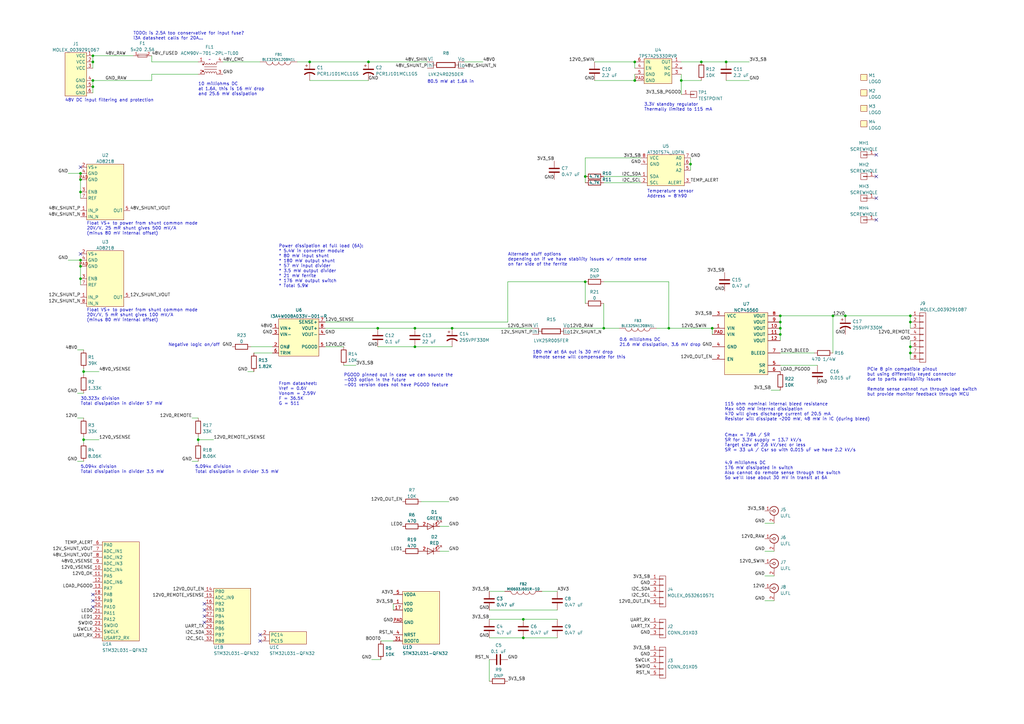
<source format=kicad_sch>
(kicad_sch (version 20211123) (generator eeschema)
  (paper "A3")
  (title_block (title "48V -> 12V Intermediate Bus Converter") (date "2023-10-15") (rev "0.1") (company "Antikernel Labs") (comment 1 "Andrew D. Zonenberg"))
  (lib_symbols
    (symbol "analog-azonenberg:AD8218"
      (property "Reference" "U" (at 0 -1.27 0))
      (property "Value" "AD8218" (at 0 -3.81 0))
      (symbol "AD8218_1_1"
        (pin input line (at -2.54 3.81 0) (length 2.54) (name "IN_P") (number "1"))
        (pin power_in line (at -2.54 21.59 0) (length 2.54) (name "VS+") (number "2"))
        (pin input line (at -2.54 11.43 0) (length 2.54) (name "ENB") (number "3"))
        (pin power_in line (at -2.54 19.05 0) (length 2.54) (name "GND") (number "4"))
        (pin output line (at 17.78 3.81 180) (length 2.54) (name "OUT") (number "5"))
        (pin power_in line (at -2.54 8.89 0) (length 2.54) (name "REF") (number "7"))
        (pin power_in line (at -2.54 1.27 0) (length 2.54) (name "IN_N") (number "8"))
        (pin power_in line (at -2.54 16.51 0) (length 2.54) (name "GND") (number "PAD"))
      )
    )
    (symbol "conn:CONN_01X01" (pin_names (offset 1.016) hide)
      (property "Reference" "J" (at 0 2.54 0))
      (property "Value" "CONN_01X01" (at 2.54 0 90))
      (symbol "CONN_01X01_1_1"
        (pin passive line (at -5.08 0 0) (length 3.81) (name "P1") (number "1"))
      )
    )
    (symbol "conn:CONN_01X03" (pin_names (offset 1.016) hide)
      (property "Reference" "J" (at 0 5.08 0))
      (property "Value" "CONN_01X03" (at 2.54 0 90))
      (symbol "CONN_01X03_1_1"
        (pin passive line (at -5.08 2.54 0) (length 3.81) (name "P1") (number "1"))
        (pin passive line (at -5.08 0 0) (length 3.81) (name "P2") (number "2"))
        (pin passive line (at -5.08 -2.54 0) (length 3.81) (name "P3") (number "3"))
      )
    )
    (symbol "conn:CONN_01X05" (pin_names (offset 1.016) hide)
      (property "Reference" "J" (at 0 7.62 0))
      (property "Value" "CONN_01X05" (at 2.54 0 90))
      (symbol "CONN_01X05_1_1"
        (pin passive line (at -5.08 5.08 0) (length 3.81) (name "P1") (number "1"))
        (pin passive line (at -5.08 2.54 0) (length 3.81) (name "P2") (number "2"))
        (pin passive line (at -5.08 0 0) (length 3.81) (name "P3") (number "3"))
        (pin passive line (at -5.08 -2.54 0) (length 3.81) (name "P4") (number "4"))
        (pin passive line (at -5.08 -5.08 0) (length 3.81) (name "P5") (number "5"))
      )
    )
    (symbol "conn:CONN_01X08" (pin_names (offset 1.016) hide)
      (property "Reference" "J" (at 0 11.43 0))
      (property "Value" "CONN_01X08" (at 2.54 0 90))
      (symbol "CONN_01X08_1_1"
        (pin passive line (at -5.08 8.89 0) (length 3.81) (name "P1") (number "1"))
        (pin passive line (at -5.08 6.35 0) (length 3.81) (name "P2") (number "2"))
        (pin passive line (at -5.08 3.81 0) (length 3.81) (name "P3") (number "3"))
        (pin passive line (at -5.08 1.27 0) (length 3.81) (name "P4") (number "4"))
        (pin passive line (at -5.08 -1.27 0) (length 3.81) (name "P5") (number "5"))
        (pin passive line (at -5.08 -3.81 0) (length 3.81) (name "P6") (number "6"))
        (pin passive line (at -5.08 -6.35 0) (length 3.81) (name "P7") (number "7"))
        (pin passive line (at -5.08 -8.89 0) (length 3.81) (name "P8") (number "8"))
      )
    )
    (symbol "conn:CONN_COAXIAL" (pin_names (offset 1.016) hide)
      (property "Reference" "J" (at 0.254 3.048 0))
      (property "Value" "CONN_COAXIAL" (at 2.921 0 90))
      (symbol "CONN_COAXIAL_1_1"
        (pin passive line (at -3.81 0 0) (length 2.54) (name "In") (number "1"))
        (pin passive line (at 0 -5.08 90) (length 2.54) (name "Ext") (number "2"))
      )
    )
    (symbol "device:C" (pin_numbers hide) (pin_names (offset 0.254))
      (property "Reference" "C" (at 0.635 2.54 0))
      (property "Value" "C" (at 0.635 -2.54 0))
      (symbol "C_1_1"
        (pin passive line (at 0 3.81 270) (length 2.794) (name "~") (number "1"))
        (pin passive line (at 0 -3.81 90) (length 2.794) (name "~") (number "2"))
      )
    )
    (symbol "device:CP1" (pin_numbers hide) (pin_names (offset 0.254) hide)
      (property "Reference" "C" (at 0.635 2.54 0))
      (property "Value" "CP1" (at 0.635 -2.54 0))
      (symbol "CP1_1_1"
        (pin passive line (at 0 3.81 270) (length 2.794) (name "~") (number "1"))
        (pin passive line (at 0 -3.81 90) (length 3.302) (name "~") (number "2"))
      )
    )
    (symbol "device:LED" (pin_names (offset 1.016) hide)
      (property "Reference" "D" (at 0 2.54 0))
      (property "Value" "LED" (at 0 -2.54 0))
      (symbol "LED_1_1"
        (pin passive line (at -3.81 0 0) (length 2.54) (name "K") (number "1"))
        (pin passive line (at 3.81 0 180) (length 2.54) (name "A") (number "2"))
      )
    )
    (symbol "device:R" (pin_numbers hide) (pin_names (offset 0))
      (property "Reference" "R" (at 2.032 0 90))
      (property "Value" "R" (at 0 0 90))
      (symbol "R_1_1"
        (pin passive line (at 0 3.81 270) (length 1.27) (name "~") (number "1"))
        (pin passive line (at 0 -3.81 90) (length 1.27) (name "~") (number "2"))
      )
    )
    (symbol "passive-azonenberg:INDUCTOR_PWROUT" (pin_numbers hide) (pin_names (offset 1.016) hide)
      (property "Reference" "L" (at -1.27 0 90))
      (property "Value" "INDUCTOR_PWROUT" (at 2.54 0 90))
      (symbol "INDUCTOR_PWROUT_1_1"
        (pin power_out line (at 0 7.62 270) (length 2.54) (name "1") (number "1"))
        (pin passive line (at 0 -7.62 90) (length 2.54) (name "2") (number "2"))
      )
    )
    (symbol "passive-azonenberg:R-4TERM" (pin_numbers hide) (pin_names (offset 0))
      (property "Reference" "R" (at 2.032 0 90))
      (property "Value" "R-4TERM" (at 0 0 90))
      (symbol "R-4TERM_1_1"
        (pin power_out line (at -1.27 7.62 270) (length 2.54) (name "Ilo") (number "1"))
        (pin power_out line (at 1.27 7.62 270) (length 2.54) (name "Vo") (number "2"))
        (pin power_out line (at -1.27 -7.62 90) (length 2.54) (name "Ihi") (number "3"))
        (pin power_in line (at 1.27 -7.62 90) (length 2.54) (name "Vi") (number "4"))
      )
    )
    (symbol "power-azonenberg:CMC_PowerInOut" (pin_names (offset 0.254) hide)
      (property "Reference" "FL1" (at -0.381 8.6496 0))
      (property "Value" "CMC_PowerInOut" (at -0.381 6.1127 0))
      (property "Datasheet" "~" (at -0.381 3.5758 0))
      (symbol "CMC_PowerInOut_1_1"
        (pin power_in line (at -5.08 2.54 0) (length 2.54) (name "1") (number "1"))
        (pin power_in line (at -5.08 -2.54 0) (length 2.54) (name "2") (number "2"))
        (pin power_out line (at 5.08 -2.54 180) (length 2.54) (name "3") (number "3"))
        (pin power_out line (at 5.08 2.54 180) (length 2.54) (name "4") (number "4"))
      )
    )
    (symbol "power-azonenberg:FUSE_PWROUT_2" (pin_names (offset 0.254))
      (property "Reference" "F" (at 4.445 1.27 0))
      (property "Value" "FUSE_PWROUT_2" (at -0.635 -1.905 0))
      (symbol "FUSE_PWROUT_2_1_1"
        (pin power_in line (at -3.81 0 0) (length 2.54) (name "~") (number "1"))
        (pin power_out line (at 3.81 0 180) (length 2.54) (name "~") (number "2"))
      )
    )
    (symbol "power-azonenberg:MEANWELL_GST280A_MINIFITJR"
      (property "Reference" "J" (at 0 -1.27 0))
      (property "Value" "MEANWELL_GST280A_MINIFITJR" (at 0 -3.81 0))
      (symbol "MEANWELL_GST280A_MINIFITJR_1_1"
        (pin power_out line (at -2.54 16.51 0) (length 2.54) (name "VCC") (number "1"))
        (pin power_in line (at -2.54 13.97 0) (length 2.54) (name "VCC") (number "2"))
        (pin power_in line (at -2.54 11.43 0) (length 2.54) (name "VCC") (number "3"))
        (pin power_out line (at -2.54 6.35 0) (length 2.54) (name "GND") (number "4"))
        (pin power_in line (at -2.54 3.81 0) (length 2.54) (name "GND") (number "5"))
        (pin power_in line (at -2.54 1.27 0) (length 2.54) (name "GND") (number "6"))
      )
    )
    (symbol "power-azonenberg:NCP45560" (pin_names (offset 1.016))
      (property "Reference" "U" (at 1.27 -1.27 0))
      (property "Value" "NCP45560" (at 5.08 -3.81 0))
      (symbol "NCP45560_1_1"
        (pin power_in line (at -5.08 19.05 0) (length 5.08) (name "VIN") (number "1"))
        (pin power_in line (at 22.86 19.05 180) (length 5.08) (name "VOUT") (number "10"))
        (pin power_out line (at 22.86 16.51 180) (length 5.08) (name "VOUT") (number "11"))
        (pin power_in line (at 22.86 13.97 180) (length 5.08) (name "VOUT") (number "12"))
        (pin input line (at -5.08 6.35 0) (length 5.08) (name "EN") (number "2"))
        (pin power_in line (at -5.08 24.13 0) (length 5.08) (name "VCC") (number "3"))
        (pin power_in line (at -5.08 11.43 0) (length 5.08) (name "GND") (number "4"))
        (pin passive line (at 22.86 3.81 180) (length 5.08) (name "SR") (number "5"))
        (pin open_collector line (at 22.86 1.27 180) (length 5.08) (name "PG") (number "6"))
        (pin passive line (at 22.86 8.89 180) (length 5.08) (name "BLEED") (number "7"))
        (pin power_in line (at 22.86 24.13 180) (length 5.08) (name "VOUT") (number "8"))
        (pin power_in line (at 22.86 21.59 180) (length 5.08) (name "VOUT") (number "9"))
        (pin power_in line (at -5.08 16.51 0) (length 5.08) (name "VIN") (number "PAD"))
      )
    )
    (symbol "power-azonenberg:TDK_I3A4W00xAxxxV-001-R"
      (property "Reference" "U" (at 0 -3.81 0))
      (property "Value" "TDK_I3A4W00xAxxxV-001-R" (at 0 -6.35 0))
      (symbol "TDK_I3A4W00xAxxxV-001-R_1_1"
        (pin power_in line (at -2.54 11.43 0) (length 2.54) (name "VIN+") (number "1"))
        (pin input line (at -2.54 3.81 0) (length 2.54) (name "ON#") (number "2"))
        (pin power_in line (at -2.54 8.89 0) (length 2.54) (name "VIN-") (number "3"))
        (pin power_in line (at 19.05 8.89 180) (length 2.54) (name "VOUT-") (number "4"))
        (pin open_collector line (at 19.05 3.81 180) (length 2.54) (name "PGOOD") (number "5"))
        (pin input line (at -2.54 1.27 0) (length 2.54) (name "TRIM") (number "6"))
        (pin input line (at 19.05 13.97 180) (length 2.54) (name "SENSE+") (number "7"))
        (pin power_out line (at 19.05 11.43 180) (length 2.54) (name "VOUT+") (number "8"))
      )
    )
    (symbol "power-azonenberg:TPS7A25"
      (property "Reference" "U" (at 0 -1.27 0))
      (property "Value" "TPS7A25" (at 0 -3.81 0))
      (symbol "TPS7A25_1_1"
        (pin power_out line (at 15.24 8.89 180) (length 3.81) (name "OUT") (number "1"))
        (pin input line (at 15.24 6.35 180) (length 3.81) (name "FB") (number "2") (alternate "NC" no_connect line))
        (pin open_collector line (at 15.24 3.81 180) (length 3.81) (name "PG") (number "3"))
        (pin input line (at -3.81 6.35 0) (length 3.81) (name "EN") (number "4"))
        (pin power_in line (at -3.81 3.81 0) (length 3.81) (name "GND") (number "5"))
        (pin power_in line (at -3.81 8.89 0) (length 3.81) (name "IN") (number "6"))
        (pin power_in line (at -3.81 1.27 0) (length 3.81) (name "GND") (number "PAD"))
      )
    )
    (symbol "special-azonenberg:AT30TS74_UDFN" (pin_names (offset 1.016))
      (property "Reference" "U" (at 0 -1.27 0))
      (property "Value" "AT30TS74_UDFN" (at 0 -3.81 0))
      (symbol "AT30TS74_UDFN_1_1"
        (pin bidirectional line (at -2.54 3.81 0) (length 2.54) (name "SDA") (number "1"))
        (pin bidirectional line (at -2.54 1.27 0) (length 2.54) (name "SCL") (number "2"))
        (pin output line (at 17.78 1.27 180) (length 2.54) (name "ALERT") (number "3"))
        (pin power_in line (at -2.54 8.89 0) (length 2.54) (name "GND") (number "4"))
        (pin input line (at 17.78 6.35 180) (length 2.54) (name "A2") (number "5"))
        (pin input line (at 17.78 8.89 180) (length 2.54) (name "A1") (number "6"))
        (pin input line (at 17.78 11.43 180) (length 2.54) (name "A0") (number "7"))
        (pin power_in line (at -2.54 11.43 0) (length 2.54) (name "VCC") (number "8"))
      )
    )
    (symbol "special-azonenberg:MECHANICAL" (pin_names (offset 1.016))
      (property "Reference" "M" (at 0 -2.54 0))
      (property "Value" "MECHANICAL" (at 0 -5.08 0))
    )
    (symbol "st-azonenberg:STM32L031-QFN32"
      (property "Reference" "U" (at 1.27 -1.27 0))
      (property "Value" "STM32L031-QFN32" (at 8.89 -3.81 0))
      (symbol "STM32L031-QFN32_1_1"
        (pin bidirectional line (at -3.81 29.21 0) (length 3.81) (name "PA4") (number "10") (alternate "ADC_IN4" input line))
        (pin bidirectional line (at -3.81 26.67 0) (length 3.81) (name "PA5") (number "11"))
        (pin bidirectional line (at -3.81 24.13 0) (length 3.81) (name "PA6") (number "12") (alternate "ADC_IN6" input line))
        (pin bidirectional line (at -3.81 21.59 0) (length 3.81) (name "PA7") (number "13"))
        (pin bidirectional line (at -3.81 19.05 0) (length 3.81) (name "PA8") (number "18"))
        (pin bidirectional line (at -3.81 16.51 0) (length 3.81) (name "PA9") (number "19"))
        (pin bidirectional line (at -3.81 13.97 0) (length 3.81) (name "PA10") (number "20") (alternate "USART2_RX" input line))
        (pin bidirectional line (at -3.81 11.43 0) (length 3.81) (name "PA11") (number "21"))
        (pin bidirectional line (at -3.81 8.89 0) (length 3.81) (name "PA12") (number "22"))
        (pin bidirectional line (at -3.81 6.35 0) (length 3.81) (name "PA13") (number "23") (alternate "SWDIO" bidirectional line))
        (pin bidirectional line (at -3.81 3.81 0) (length 3.81) (name "PA14") (number "24") (alternate "SWCLK" input line))
        (pin bidirectional line (at -3.81 1.27 0) (length 3.81) (name "PA15") (number "25") (alternate "USART2_RX" input line))
        (pin bidirectional line (at -3.81 39.37 0) (length 3.81) (name "PA0") (number "6"))
        (pin bidirectional line (at -3.81 36.83 0) (length 3.81) (name "PA1") (number "7") (alternate "ADC_IN1" input line))
        (pin bidirectional line (at -3.81 34.29 0) (length 3.81) (name "PA2") (number "8") (alternate "ADC_IN2" input line))
        (pin bidirectional line (at -3.81 31.75 0) (length 3.81) (name "PA3") (number "9") (alternate "ADC_IN3" input line) (alternate "USART2_RX" input line))
      )
      (symbol "STM32L031-QFN32_2_1"
        (pin bidirectional line (at -3.81 21.59 0) (length 3.81) (name "PB0") (number "14"))
        (pin bidirectional line (at -3.81 19.05 0) (length 3.81) (name "PB1") (number "15") (alternate "ADC_IN9" input line))
        (pin bidirectional line (at -3.81 16.51 0) (length 3.81) (name "PB2") (number "16"))
        (pin bidirectional line (at -3.81 13.97 0) (length 3.81) (name "PB3") (number "26"))
        (pin bidirectional line (at -3.81 11.43 0) (length 3.81) (name "PB4") (number "27"))
        (pin bidirectional line (at -3.81 8.89 0) (length 3.81) (name "PB5") (number "28"))
        (pin bidirectional line (at -3.81 6.35 0) (length 3.81) (name "PB6") (number "29"))
        (pin bidirectional line (at -3.81 3.81 0) (length 3.81) (name "PB7") (number "30") (alternate "USART2_RX" input line))
        (pin bidirectional line (at -3.81 1.27 0) (length 3.81) (name "PB8") (number "32"))
      )
      (symbol "STM32L031-QFN32_3_1"
        (pin bidirectional line (at -3.81 3.81 0) (length 3.81) (name "PC14") (number "2"))
        (pin bidirectional line (at -3.81 1.27 0) (length 3.81) (name "PC15") (number "3"))
      )
      (symbol "STM32L031-QFN32_4_1"
        (pin power_in line (at -3.81 16.51 0) (length 3.81) (name "VDD") (number "1"))
        (pin power_in line (at -3.81 13.97 0) (length 3.81) (name "VDD") (number "17"))
        (pin input line (at -3.81 1.27 0) (length 3.81) (name "BOOT0") (number "31"))
        (pin input line (at -3.81 3.81 0) (length 3.81) (name "NRST") (number "4"))
        (pin power_in line (at -3.81 20.32 0) (length 3.81) (name "VDDA") (number "5"))
        (pin power_in line (at -3.81 8.89 0) (length 3.81) (name "GND") (number "PAD"))
      )
    )
  )
  (junction (at 33.02 73.66))
  (junction (at 170.18 142.24))
  (junction (at 297.815 25.4))
  (junction (at 34.29 180.34))
  (junction (at 127 25.4))
  (junction (at 320.04 132.08))
  (junction (at 283.21 67.31))
  (junction (at 260.35 25.4))
  (junction (at 33.02 109.22))
  (junction (at 170.18 134.62))
  (junction (at 292.1 134.62))
  (junction (at 33.02 106.68))
  (junction (at 185.42 134.62))
  (junction (at 373.38 132.08))
  (junction (at 154.94 134.62))
  (junction (at 346.71 129.54))
  (junction (at 341.63 129.54))
  (junction (at 247.65 134.62))
  (junction (at 214.63 254))
  (junction (at 38.1 35.56))
  (junction (at 279.4 33.02))
  (junction (at 320.04 129.54))
  (junction (at 38.1 33.02))
  (junction (at 274.32 134.62))
  (junction (at 373.38 129.54))
  (junction (at 240.03 72.39))
  (junction (at 33.02 78.74))
  (junction (at 320.04 137.16))
  (junction (at 33.02 71.12))
  (junction (at 373.38 142.24))
  (junction (at 38.1 22.86))
  (junction (at 373.38 144.78))
  (junction (at 38.1 25.4))
  (junction (at 214.63 261.62))
  (junction (at 34.29 152.4))
  (junction (at 320.04 134.62))
  (junction (at 33.02 114.3))
  (junction (at 151.13 25.4))
  (junction (at 287.655 25.4))
  (junction (at 81.28 180.34))
  (junction (at 260.35 33.02))
  (junction (at 240.03 115.57))
  (no_connect (at 83.82 250.19))
  (no_connect (at 38.1 243.84))
  (no_connect (at 106.68 260.35))
  (no_connect (at 359.41 72.39))
  (no_connect (at 359.41 90.17))
  (no_connect (at 106.68 262.89))
  (no_connect (at 33.02 68.58))
  (no_connect (at 359.41 81.28))
  (no_connect (at 33.02 104.14))
  (no_connect (at 83.82 252.73))
  (no_connect (at 359.41 63.5))
  (no_connect (at 83.82 255.27))
  (no_connect (at 83.82 247.65))
  (no_connect (at 38.1 248.92))
  (no_connect (at 38.1 246.38))
  (wire (pts (xy 170.18 134.62) (xy 185.42 134.62)))
  (wire (pts (xy 279.4 25.4) (xy 287.655 25.4)))
  (wire (pts (xy 247.65 124.46) (xy 247.65 134.62)))
  (wire (pts (xy 240.03 74.93) (xy 240.03 72.39)))
  (wire (pts (xy 320.04 134.62) (xy 320.04 137.16)))
  (wire (pts (xy 279.4 33.02) (xy 279.4 38.735)))
  (wire (pts (xy 33.02 106.68) (xy 33.02 109.22)))
  (wire (pts (xy 279.4 33.02) (xy 287.655 33.02)))
  (wire (pts (xy 240.03 72.39) (xy 240.03 64.77)))
  (wire (pts (xy 156.21 262.89) (xy 161.29 262.89)))
  (wire (pts (xy 27.94 71.12) (xy 33.02 71.12)))
  (wire (pts (xy 78.74 189.23) (xy 81.28 189.23)))
  (wire (pts (xy 38.1 22.86) (xy 38.1 25.4)))
  (wire (pts (xy 34.29 151.13) (xy 34.29 152.4)))
  (wire (pts (xy 320.04 149.86) (xy 335.28 149.86)))
  (wire (pts (xy 313.69 236.22) (xy 317.5 236.22)))
  (wire (pts (xy 121.92 25.4) (xy 127 25.4)))
  (wire (pts (xy 247.65 134.62) (xy 254 134.62)))
  (wire (pts (xy 170.18 142.24) (xy 185.42 142.24)))
  (wire (pts (xy 38.1 35.56) (xy 38.1 38.1)))
  (wire (pts (xy 31.75 161.29) (xy 34.29 161.29)))
  (wire (pts (xy 78.74 171.45) (xy 81.28 171.45)))
  (wire (pts (xy 38.1 25.4) (xy 38.1 27.94)))
  (wire (pts (xy 320.04 129.54) (xy 320.04 132.08)))
  (wire (pts (xy 320.04 144.78) (xy 334.01 144.78)))
  (wire (pts (xy 180.34 226.06) (xy 184.15 226.06)))
  (wire (pts (xy 214.63 261.62) (xy 228.6 261.62)))
  (wire (pts (xy 151.13 25.4) (xy 175.26 25.4)))
  (wire (pts (xy 34.29 179.07) (xy 34.29 180.34)))
  (wire (pts (xy 104.14 144.78) (xy 111.76 144.78)))
  (wire (pts (xy 33.02 73.66) (xy 33.02 78.74)))
  (wire (pts (xy 33.02 109.22) (xy 33.02 114.3)))
  (wire (pts (xy 292.1 134.62) (xy 292.1 137.16)))
  (wire (pts (xy 247.65 74.93) (xy 262.89 74.93)))
  (wire (pts (xy 38.1 22.86) (xy 54.61 22.86)))
  (wire (pts (xy 373.38 129.54) (xy 373.38 132.08)))
  (wire (pts (xy 62.23 30.48) (xy 81.28 30.48)))
  (wire (pts (xy 200.66 250.19) (xy 228.6 250.19)))
  (wire (pts (xy 200.66 242.57) (xy 207.01 242.57)))
  (wire (pts (xy 313.69 226.06) (xy 317.5 226.06)))
  (wire (pts (xy 247.65 72.39) (xy 262.89 72.39)))
  (wire (pts (xy 33.02 78.74) (xy 33.02 81.28)))
  (wire (pts (xy 269.24 134.62) (xy 274.32 134.62)))
  (wire (pts (xy 200.66 254) (xy 214.63 254)))
  (wire (pts (xy 152.4 270.51) (xy 156.21 270.51)))
  (wire (pts (xy 200.66 270.51) (xy 200.66 279.4)))
  (wire (pts (xy 260.35 30.48) (xy 260.35 33.02)))
  (wire (pts (xy 320.04 137.16) (xy 320.04 139.7)))
  (wire (pts (xy 260.35 25.4) (xy 260.35 27.94)))
  (wire (pts (xy 316.23 160.02) (xy 320.04 160.02)))
  (wire (pts (xy 233.68 134.62) (xy 247.65 134.62)))
  (wire (pts (xy 62.23 33.02) (xy 62.23 30.48)))
  (wire (pts (xy 346.71 129.54) (xy 373.38 129.54)))
  (wire (pts (xy 320.04 132.08) (xy 320.04 134.62)))
  (wire (pts (xy 243.84 33.02) (xy 260.35 33.02)))
  (wire (pts (xy 283.21 64.77) (xy 283.21 67.31)))
  (wire (pts (xy 31.75 143.51) (xy 34.29 143.51)))
  (wire (pts (xy 373.38 132.08) (xy 373.38 134.62)))
  (wire (pts (xy 81.28 180.34) (xy 81.28 181.61)))
  (wire (pts (xy 34.29 180.34) (xy 34.29 181.61)))
  (wire (pts (xy 341.63 129.54) (xy 341.63 144.78)))
  (wire (pts (xy 373.38 142.24) (xy 373.38 144.78)))
  (wire (pts (xy 81.28 180.34) (xy 87.63 180.34)))
  (wire (pts (xy 240.03 115.57) (xy 240.03 124.46)))
  (wire (pts (xy 222.25 242.57) (xy 228.6 242.57)))
  (wire (pts (xy 274.32 115.57) (xy 274.32 134.62)))
  (wire (pts (xy 283.21 67.31) (xy 283.21 69.85)))
  (wire (pts (xy 373.38 144.78) (xy 373.38 147.32)))
  (wire (pts (xy 27.94 106.68) (xy 33.02 106.68)))
  (wire (pts (xy 320.04 129.54) (xy 341.63 129.54)))
  (wire (pts (xy 81.28 179.07) (xy 81.28 180.34)))
  (wire (pts (xy 274.32 134.62) (xy 292.1 134.62)))
  (wire (pts (xy 240.03 64.77) (xy 262.89 64.77)))
  (wire (pts (xy 297.815 25.4) (xy 307.34 25.4)))
  (wire (pts (xy 33.02 71.12) (xy 33.02 73.66)))
  (wire (pts (xy 133.35 134.62) (xy 154.94 134.62)))
  (wire (pts (xy 185.42 134.62) (xy 218.44 134.62)))
  (wire (pts (xy 31.75 171.45) (xy 34.29 171.45)))
  (wire (pts (xy 373.38 139.7) (xy 373.38 142.24)))
  (wire (pts (xy 140.97 149.86) (xy 146.05 149.86)))
  (wire (pts (xy 62.23 22.86) (xy 62.23 25.4)))
  (wire (pts (xy 279.4 30.48) (xy 279.4 33.02)))
  (wire (pts (xy 200.66 261.62) (xy 214.63 261.62)))
  (wire (pts (xy 127 33.02) (xy 151.13 33.02)))
  (wire (pts (xy 91.44 25.4) (xy 106.68 25.4)))
  (wire (pts (xy 31.75 189.23) (xy 34.29 189.23)))
  (wire (pts (xy 133.35 142.24) (xy 140.97 142.24)))
  (wire (pts (xy 161.29 247.65) (xy 161.29 250.19)))
  (wire (pts (xy 62.23 25.4) (xy 81.28 25.4)))
  (wire (pts (xy 154.94 134.62) (xy 170.18 134.62)))
  (wire (pts (xy 34.29 180.34) (xy 40.64 180.34)))
  (wire (pts (xy 127 25.4) (xy 151.13 25.4)))
  (wire (pts (xy 102.87 142.24) (xy 111.76 142.24)))
  (wire (pts (xy 38.1 33.02) (xy 38.1 35.56)))
  (wire (pts (xy 208.28 115.57) (xy 240.03 115.57)))
  (wire (pts (xy 208.28 132.08) (xy 208.28 115.57)))
  (wire (pts (xy 313.69 214.63) (xy 317.5 214.63)))
  (wire (pts (xy 133.35 132.08) (xy 208.28 132.08)))
  (wire (pts (xy 341.63 129.54) (xy 346.71 129.54)))
  (wire (pts (xy 33.02 114.3) (xy 33.02 116.84)))
  (wire (pts (xy 313.69 246.38) (xy 317.5 246.38)))
  (wire (pts (xy 34.29 152.4) (xy 40.64 152.4)))
  (wire (pts (xy 190.5 25.4) (xy 198.12 25.4)))
  (wire (pts (xy 34.29 152.4) (xy 34.29 153.67)))
  (wire (pts (xy 180.34 215.9) (xy 184.15 215.9)))
  (wire (pts (xy 101.6 152.4) (xy 104.14 152.4)))
  (wire (pts (xy 214.63 254) (xy 228.6 254)))
  (wire (pts (xy 154.94 142.24) (xy 170.18 142.24)))
  (wire (pts (xy 247.65 115.57) (xy 274.32 115.57)))
  (wire (pts (xy 287.655 25.4) (xy 297.815 25.4)))
  (wire (pts (xy 172.72 205.74) (xy 184.15 205.74)))
  (wire (pts (xy 243.84 25.4) (xy 260.35 25.4)))
  (wire (pts (xy 297.815 33.02) (xy 307.34 33.02)))
  (wire (pts (xy 38.1 33.02) (xy 62.23 33.02)))
  (text "PCIe 8 pin compatible pinout\nbut using differently keyed connector\ndue to parts availability issues\n\nRemote sense cannot run through load switch\nbut provide monitor feedback through MCU" (at 355.6 162.56 0) (effects (font (size 1.27 1.27)) (justify left bottom)))
  (text "Negative logic on/off" (at 90.17 142.24 180) (effects (font (size 1.27 1.27)) (justify right bottom)))
  (text "Power dissipation at full load (6A):\n* 5.4W in converter module\n* 80 mW input shunt\n* 180 mW output shunt\n* 57 mV input divider\n* 3.5 mW output divider\n* 21 mW ferrite\n* 176 mW output switch\n* Total 5.9W" (at 114.3 118.11 0) (effects (font (size 1.27 1.27)) (justify left bottom)))
  (text "80.5 mW at 1.6A in" (at 175.26 34.29 0) (effects (font (size 1.27 1.27)) (justify left bottom)))
  (text "Cmax = 7.8A / SR\nSR for 3.3V supply = 13.7 kV/s\nTarget slew of 2.6 kV/sec or less\nSR = 33 uA / Csr so with 0.015 uF we have 2.2 kV/s" (at 297.18 185.42 0) (effects (font (size 1.27 1.27)) (justify left bottom)))
  (text "4.9 milliohms DC\n176 mW dissipated in switch\nAlso cannot do remote sense through the switch\nSo we'll lose about 30 mV in transit at 6A" (at 297.18 196.85 0) (effects (font (size 1.27 1.27)) (justify left bottom)))
  (text "Float VS+ to power from shunt common mode\n20V/V, 25 mR shunt gives 500 mV/A\n(minus 80 mV internal offset)" (at 35.56 96.52 0) (effects (font (size 1.27 1.27)) (justify left bottom)))
  (text "Temperature sensor\nAddress = 8'h90" (at 265.43 81.28 0) (effects (font (size 1.27 1.27)) (justify left bottom)))
  (text "5.094x division\nTotal dissipation in divider 3.5 mW" (at 33.02 194.31 0) (effects (font (size 1.27 1.27)) (justify left bottom)))
  (text "0.6 milliohms DC\n21.6 mW dissipation, 3.6 mV drop" (at 254 142.24 0) (effects (font (size 1.27 1.27)) (justify left bottom)))
  (text "115 ohm nominal internal bleed resistance\nMax 400 mW internal dissipation\n470 will gives discharge current of 20.5 mA\nResistor will dissipate ~200 mW, 48 mW in IC (during bleed)" (at 297.18 172.72 0) (effects (font (size 1.27 1.27)) (justify left bottom)))
  (text "180 mW at 6A out is 30 mV drop\nRemote sense will compensate for this" (at 218.44 147.32 0) (effects (font (size 1.27 1.27)) (justify left bottom)))
  (text "Alternate stuff options\ndepending on if we have stability issues w/ remote sense\non far side of the ferrite" (at 208.28 109.22 0) (effects (font (size 1.27 1.27)) (justify left bottom)))
  (text "30.323x division\nTotal dissipation in divider 57 mW" (at 33.02 166.37 0) (effects (font (size 1.27 1.27)) (justify left bottom)))
  (text "From datasheet:\nVref = 0.6V\nVonom = 2.59V\nF = 36.5K\nG = 511" (at 114.3 166.37 0) (effects (font (size 1.27 1.27)) (justify left bottom)))
  (text "Float VS+ to power from shunt common mode\n20V/V, 5 mR shunt gives 100 mV/A\n(minus 80 mV internal offset)" (at 35.56 132.08 0) (effects (font (size 1.27 1.27)) (justify left bottom)))
  (text "10 milliohms DC\nat 1.6A, this is 16 mV drop\nand 25.6 mW dissipation" (at 81.28 39.37 0) (effects (font (size 1.27 1.27)) (justify left bottom)))
  (text "3.3V standby regulator\nThermally limited to 115 mA" (at 264.16 45.72 0) (effects (font (size 1.27 1.27)) (justify left bottom)))
  (text "PGOOD pinned out in case we can source the\n-003 option in the future\n-001 version does not have PGOOD feature" (at 140.97 158.75 0) (effects (font (size 1.27 1.27)) (justify left bottom)))
  (text "48V DC input filtering and protection" (at 26.67 41.91 0) (effects (font (size 1.27 1.27)) (justify left bottom)))
  (text "TODO: is 2.5A too conservative for input fuse?\ni3A datasheet calls for 20A..." (at 54.61 16.51 0) (effects (font (size 1.27 1.27)) (justify left bottom)))
  (text "5.094x division\nTotal dissipation in divider 3.5 mW" (at 80.01 194.31 0) (effects (font (size 1.27 1.27)) (justify left bottom)))
  (label "12V0_REMOTE_VSENSE" (at 83.82 245.11 180))
  (label "12V0" (at 341.63 129.54 0))
  (label "LOAD_PGOOD" (at 320.04 152.4 0))
  (label "I2C_SDA" (at 83.82 260.35 180))
  (label "GND" (at 101.6 152.4 180))
  (label "GND" (at 154.94 142.24 180))
  (label "3V3_SB" (at 262.89 64.77 180))
  (label "GND" (at 266.7 240.03 180))
  (label "12V0" (at 31.75 171.45 180))
  (label "GND" (at 161.29 255.27 180))
  (label "UART_RX" (at 266.7 255.27 180))
  (label "3V3_SB" (at 208.28 279.4 0))
  (label "GND" (at 313.69 214.63 180))
  (label "GND" (at 283.21 64.77 0))
  (label "GND" (at 27.94 71.12 180))
  (label "GND" (at 152.4 270.51 180))
  (label "GND" (at 184.15 205.74 0))
  (label "48V0" (at 31.75 143.51 180))
  (label "12V0_SWIN" (at 243.84 25.4 180))
  (label "12V_SHUNT_VOUT" (at 38.1 226.06 180))
  (label "I2C_SCL" (at 266.7 245.11 180))
  (label "3V3_SB" (at 200.66 254 180))
  (label "GND" (at 266.7 269.24 180))
  (label "RST_N" (at 266.7 276.86 180))
  (label "48V_SHUNT_N" (at 33.02 88.9 180))
  (label "GND_RAW" (at 43.18 33.02 0))
  (label "GND" (at 227.33 73.66 180))
  (label "12V_SHUNT_P" (at 218.44 137.16 180))
  (label "48V0" (at 198.12 25.4 0))
  (label "3V3_SB" (at 227.33 66.04 180))
  (label "48V_FUSED" (at 62.23 22.86 0))
  (label "48V_SHUNT_P" (at 33.02 86.36 180))
  (label "12V0_OK" (at 133.35 142.24 0))
  (label "48V_SHUNT_VOUT" (at 38.1 228.6 180))
  (label "UART_TX" (at 83.82 257.81 180))
  (label "A3V3" (at 161.29 243.84 180))
  (label "GND" (at 133.35 137.16 0))
  (label "12V0_REMOTE" (at 78.74 171.45 180))
  (label "3V3_SB" (at 316.23 160.02 180))
  (label "GND" (at 184.15 226.06 0))
  (label "12V0_SENSE" (at 133.35 132.08 0))
  (label "48V_CMC" (at 91.44 25.4 0))
  (label "12V0_OK" (at 38.1 236.22 180))
  (label "48V0_VSENSE" (at 40.64 152.4 0))
  (label "GND" (at 91.44 30.48 0))
  (label "GND" (at 313.69 246.38 180))
  (label "LED1" (at 38.1 254 180))
  (label "48V0" (at 111.76 134.62 180))
  (label "12V0_OUT_EN" (at 165.1 205.74 180))
  (label "48V0_VSENSE" (at 38.1 231.14 180))
  (label "12V0_OUT_EN" (at 292.1 147.32 180))
  (label "GND" (at 313.69 236.22 180))
  (label "3V3_SB" (at 146.05 149.86 0))
  (label "12V_SHUNT_N" (at 33.02 124.46 180))
  (label "3V3_SB" (at 266.7 266.7 180))
  (label "12V0_SWIN" (at 279.4 134.62 0))
  (label "GND" (at 313.69 226.06 180))
  (label "3V3_SB" (at 313.69 209.55 180))
  (label "LOAD_PGOOD" (at 38.1 241.3 180))
  (label "48V_SHUNT_N" (at 190.5 27.94 0))
  (label "I2C_SCL" (at 83.82 262.89 180))
  (label "48V_SHUNT_P" (at 175.26 27.94 180))
  (label "12V0_SHIN" (at 218.44 134.62 180))
  (label "GND" (at 95.25 142.24 180))
  (label "RST_N" (at 200.66 270.51 180))
  (label "GND" (at 27.94 106.68 180))
  (label "12V0_BLEED" (at 320.04 144.78 0))
  (label "RST_N" (at 161.29 260.35 180))
  (label "GND" (at 243.84 33.02 180))
  (label "GND" (at 184.15 215.9 0))
  (label "GND" (at 200.66 250.19 180))
  (label "12V_SHUNT_P" (at 33.02 121.92 180))
  (label "GND" (at 111.76 137.16 180))
  (label "48V_SHIN" (at 175.26 25.4 180))
  (label "TEMP_ALERT" (at 283.21 74.93 0))
  (label "3V3_SB" (at 307.34 25.4 0))
  (label "GND" (at 151.13 33.02 0))
  (label "12V0_OUT_EN" (at 83.82 242.57 180))
  (label "GND" (at 262.89 67.31 180))
  (label "12V0_VSENSE" (at 38.1 233.68 180))
  (label "SWDIO" (at 266.7 274.32 180))
  (label "12V_SHUNT_N" (at 233.68 137.16 0))
  (label "12V0_REMOTE_VSENSE" (at 87.63 180.34 0))
  (label "12V0" (at 313.69 241.3 180))
  (label "TEMP_ALERT" (at 38.1 223.52 180))
  (label "BOOT0" (at 156.21 262.89 180))
  (label "LED0" (at 38.1 251.46 180))
  (label "3V3_SB" (at 161.29 247.65 180))
  (label "12V0_VSENSE" (at 40.64 180.34 0))
  (label "GND" (at 78.74 189.23 180))
  (label "I2C_SDA" (at 262.89 72.39 180))
  (label "3V3_SB" (at 292.1 129.54 180))
  (label "I2C_SCL" (at 262.89 74.93 180))
  (label "48V_RAW" (at 43.18 22.86 0))
  (label "A3V3" (at 228.6 242.57 0))
  (label "GND" (at 31.75 161.29 180))
  (label "I2C_SDA" (at 266.7 242.57 180))
  (label "GND" (at 335.28 157.48 0))
  (label "LED0" (at 165.1 215.9 180))
  (label "3V3_SB" (at 266.7 237.49 180))
  (label "12V0_RAW" (at 313.69 220.98 180))
  (label "3V3_SB_PGOOD" (at 279.4 38.735 180))
  (label "SWDIO" (at 38.1 256.54 180))
  (label "12V0_RAW" (at 233.68 134.62 0))
  (label "SWCLK" (at 38.1 259.08 180))
  (label "GND" (at 266.7 260.35 180))
  (label "12V0_REMOTE" (at 373.38 137.16 180))
  (label "GND" (at 200.66 261.62 180))
  (label "GND" (at 373.38 139.7 180))
  (label "GND" (at 292.1 142.24 180))
  (label "48V_SHUNT_VOUT" (at 53.34 86.36 0))
  (label "12V0_SWIN" (at 313.69 231.14 180))
  (label "LED1" (at 165.1 226.06 180))
  (label "3V3_SB" (at 297.18 111.76 180))
  (label "12V_SHUNT_VOUT" (at 53.34 121.92 0))
  (label "GND" (at 297.18 119.38 180))
  (label "UART_RX" (at 38.1 261.62 180))
  (label "GND" (at 346.71 137.16 180))
  (label "GND" (at 31.75 189.23 180))
  (label "SWCLK" (at 266.7 271.78 180))
  (label "UART_TX" (at 266.7 257.81 180))
  (label "3V3_SB" (at 200.66 242.57 180))
  (label "12V0_OUT_EN" (at 266.7 247.65 180))
  (label "GND" (at 208.28 270.51 0))
  (label "GND" (at 307.34 33.02 0))
  (symbol (lib_id "special-azonenberg:MECHANICAL") (at 353.06 31.75 0) (unit 1)
    (property "Reference" "M1" (at 356.235 30.9153 0) (effects (justify left)))
    (property "Value" "LOGO" (at 356.235 33.4522 0) (effects (justify left)))
    (property "Footprint" "azonenberg_pcb:LONGTHING-1200DPI" (effects hide))
  )
  (symbol (lib_id "conn:CONN_01X01") (at 354.33 72.39 0) (mirror y) (unit 1)
    (property "Reference" "MH2" (at 354.33 67.5472 0))
    (property "Value" "SCREWHOLE" (at 354.33 70.0841 0))
    (property "Footprint" "azonenberg_pcb:MECHANICAL_CLEARANCEHOLE_4_40" (effects hide))
  )
  (symbol (lib_id "st-azonenberg:STM32L031-QFN32") (at 41.91 262.89 0) (unit 1)
    (property "Reference" "U1" (at 41.91 264.16 0) (effects (justify left)))
    (property "Value" "STM32L031-QFN32" (at 41.91 266.6969 0) (effects (justify left)))
    (property "Footprint" "azonenberg_pcb:QFN_32_0.5MM_5x5MM" (effects hide))
    (pin "10" (alternate "ADC_IN4"))
    (pin "12" (alternate "ADC_IN6"))
    (pin "23" (alternate "SWDIO"))
    (pin "24" (alternate "SWCLK"))
    (pin "25" (alternate "USART2_RX"))
    (pin "7" (alternate "ADC_IN1"))
    (pin "8" (alternate "ADC_IN2"))
    (pin "9" (alternate "ADC_IN3"))
    (pin "15" (alternate "ADC_IN9"))
  )
  (symbol (lib_id "power-azonenberg:NCP45560") (at 297.18 153.67 0) (unit 1)
    (property "Reference" "U7" (at 306.07 124.6972 0))
    (property "Value" "NCP45560" (at 306.07 127.2341 0))
    (property "Footprint" "azonenberg_pcb:DFN_12_0.5MM_3x3MM" (effects hide))
  )
  (symbol (lib_id "conn:CONN_COAXIAL") (at 317.5 220.98 0) (unit 1)
    (property "Reference" "J6" (at 320.0401 220.4385 0) (effects (justify left)))
    (property "Value" "U.FL" (at 320.0401 222.9754 0) (effects (justify left)))
    (property "Footprint" "azonenberg_pcb:CONN_U.FL_TE_1909763-1" (effects hide))
  )
  (symbol (lib_id "conn:CONN_01X01") (at 284.48 38.735 0) (unit 1)
    (property "Reference" "TP1" (at 286.385 37.9003 0) (effects (justify left)))
    (property "Value" "TESTPOINT" (at 286.385 40.4372 0) (effects (justify left)))
    (property "Footprint" "azonenberg_pcb:TESTPOINT_SMT_0.5MM" (effects hide))
  )
  (symbol (lib_id "power-azonenberg:TDK_I3A4W00xAxxxV-001-R") (at 114.3 146.05 0) (unit 1)
    (property "Reference" "U6" (at 122.555 127.161 0))
    (property "Value" "I3A4W008A033V-001-R" (at 122.555 129.6979 0))
    (property "Footprint" "azonenberg_pcb:MODULE_TDK_I3A4W008A033V" (effects hide))
  )
  (symbol (lib_id "st-azonenberg:STM32L031-QFN32") (at 165.1 264.16 0) (unit 4)
    (property "Reference" "U1" (at 165.1 265.43 0) (effects (justify left)))
    (property "Value" "STM32L031-QFN32" (at 165.1 267.9669 0) (effects (justify left)))
    (property "Footprint" "azonenberg_pcb:QFN_32_0.5MM_5x5MM" (effects hide))
    (pin "10" (alternate "ADC_IN4"))
    (pin "12" (alternate "ADC_IN6"))
    (pin "23" (alternate "SWDIO"))
    (pin "24" (alternate "SWCLK"))
    (pin "25" (alternate "USART2_RX"))
    (pin "7" (alternate "ADC_IN1"))
    (pin "8" (alternate "ADC_IN2"))
    (pin "9" (alternate "ADC_IN3"))
    (pin "15" (alternate "ADC_IN9"))
  )
  (symbol (lib_id "conn:CONN_01X03") (at 271.78 257.81 0) (unit 1)
    (property "Reference" "J2" (at 273.685 256.9753 0) (effects (justify left)))
    (property "Value" "CONN_01X03" (at 273.685 259.5122 0) (effects (justify left)))
    (property "Footprint" "azonenberg_pcb:CONN_HEADER_2.54MM_1x3" (effects hide))
  )
  (symbol (lib_id "device:R") (at 204.47 279.4 270) (unit 1)
    (property "Reference" "R9" (at 204.47 274.6842 90))
    (property "Value" "DNP" (at 204.47 277.2211 90))
    (property "Footprint" "azonenberg_pcb:EIA_0402_RES_NOSILK" (effects hide))
  )
  (symbol (lib_id "device:C") (at 214.63 257.81 0) (unit 1)
    (property "Reference" "C6" (at 217.551 256.9753 0) (effects (justify left)))
    (property "Value" "0.47 uF" (at 217.551 259.5122 0) (effects (justify left)))
    (property "Footprint" "azonenberg_pcb:EIA_0402_CAP_NOSILK" (effects hide))
  )
  (symbol (lib_id "device:R") (at 337.82 144.78 90) (unit 1)
    (property "Reference" "R16" (at 344.17 144.78 90))
    (property "Value" "470 1/4W" (at 337.82 147.32 90))
    (property "Footprint" "azonenberg_pcb:EIA_0603_RES_NOSILK" (effects hide))
  )
  (symbol (lib_id "device:C") (at 204.47 270.51 90) (unit 1)
    (property "Reference" "C5" (at 204.47 264.6512 90))
    (property "Value" "0.1 uF" (at 204.47 267.1881 90))
    (property "Footprint" "azonenberg_pcb:EIA_0402_CAP_NOSILK" (effects hide))
  )
  (symbol (lib_id "device:C") (at 200.66 257.81 0) (unit 1)
    (property "Reference" "C4" (at 203.581 256.9753 0) (effects (justify left)))
    (property "Value" "4.7 uF" (at 203.581 259.5122 0) (effects (justify left)))
    (property "Footprint" "azonenberg_pcb:EIA_0603_CAP_NOSILK" (effects hide))
  )
  (symbol (lib_id "conn:CONN_01X01") (at 354.33 63.5 0) (mirror y) (unit 1)
    (property "Reference" "MH1" (at 354.33 58.6572 0))
    (property "Value" "SCREWHOLE" (at 354.33 61.1941 0))
    (property "Footprint" "azonenberg_pcb:MECHANICAL_CLEARANCEHOLE_4_40" (effects hide))
  )
  (symbol (lib_id "device:C") (at 154.94 138.43 0) (unit 1)
    (property "Reference" "C12" (at 157.861 137.5953 0) (effects (justify left)))
    (property "Value" "0.1 uF" (at 157.861 140.1322 0) (effects (justify left)))
    (property "Footprint" "azonenberg_pcb:EIA_1206_CAP_NOSILK" (effects hide))
  )
  (symbol (lib_id "device:R") (at 34.29 147.32 180) (unit 1)
    (property "Reference" "R1" (at 36.068 146.4853 0) (effects (justify right)))
    (property "Value" "39K" (at 36.068 149.0222 0) (effects (justify right)))
    (property "Footprint" "azonenberg_pcb:EIA_0402_RES_NOSILK" (effects hide))
  )
  (symbol (lib_id "power-azonenberg:MEANWELL_GST280A_MINIFITJR") (at 35.56 39.37 0) (mirror y) (unit 1)
    (property "Reference" "J1" (at 31.115 17.941 0))
    (property "Value" "MOLEX_0039291067" (at 31.115 20.4779 0))
    (property "Footprint" "azonenberg_pcb:CONN_MOLEX_MINIFITJR_6POS_0039291067" (effects hide))
  )
  (symbol (lib_id "device:R") (at 320.04 156.21 0) (unit 1)
    (property "Reference" "R22" (at 321.818 155.3753 0) (effects (justify left)))
    (property "Value" "10K" (at 321.818 157.9122 0) (effects (justify left)))
    (property "Footprint" "azonenberg_pcb:EIA_0402_RES_NOSILK" (effects hide))
  )
  (symbol (lib_id "device:R") (at 168.91 215.9 270) (unit 1)
    (property "Reference" "R6" (at 168.91 211.1842 90))
    (property "Value" "470" (at 168.91 213.7211 90))
    (property "Footprint" "azonenberg_pcb:EIA_0402_RES_NOSILK" (effects hide))
  )
  (symbol (lib_id "device:R") (at 243.84 115.57 270) (unit 1)
    (property "Reference" "R20" (at 243.84 110.8542 90))
    (property "Value" "DNP" (at 243.84 113.3911 90))
    (property "Footprint" "azonenberg_pcb:EIA_0402_RES_NOSILK" (effects hide))
  )
  (symbol (lib_id "analog-azonenberg:AD8218") (at 35.56 125.73 0) (unit 1)
    (property "Reference" "U3" (at 43.18 99.221 0))
    (property "Value" "AD8218" (at 43.18 101.7579 0))
    (property "Footprint" "azonenberg_pcb:DFN_8_0.5MM_2x3MM_TALL" (effects hide))
  )
  (symbol (lib_id "device:R") (at 34.29 175.26 180) (unit 1)
    (property "Reference" "R3" (at 36.068 174.4253 0) (effects (justify right)))
    (property "Value" "33K" (at 36.068 176.9622 0) (effects (justify right)))
    (property "Footprint" "azonenberg_pcb:EIA_0402_RES_NOSILK" (effects hide))
  )
  (symbol (lib_id "device:CP1") (at 151.13 29.21 0) (unit 1)
    (property "Reference" "C2" (at 154.051 27.7403 0) (effects (justify left)))
    (property "Value" "PCR1J101MCL1GS" (at 154.051 30.2772 0) (effects (justify left)))
    (property "Footprint" "azonenberg_pcb:CAP_AL_10MM_SMT" (effects hide))
  )
  (symbol (lib_id "device:R") (at 243.84 72.39 90) (unit 1)
    (property "Reference" "R10" (at 248.92 71.12 90))
    (property "Value" "4.7K" (at 243.84 72.39 90))
    (property "Footprint" "azonenberg_pcb:EIA_0402_RES_NOSILK" (effects hide))
  )
  (symbol (lib_id "conn:CONN_01X08") (at 378.46 138.43 0) (unit 1)
    (property "Reference" "J9" (at 377.19 124.4631 0) (effects (justify left)))
    (property "Value" "MOLEX_0039291087" (at 377.19 127 0) (effects (justify left)))
    (property "Footprint" "azonenberg_pcb:CONN_MOLEX_MINIFITJR_8POS_0039291087" (effects hide))
  )
  (symbol (lib_id "device:C") (at 297.18 115.57 0) (unit 1)
    (property "Reference" "C15" (at 300.101 114.7353 0) (effects (justify left)))
    (property "Value" "0.47 uF" (at 300.101 117.2722 0) (effects (justify left)))
    (property "Footprint" "azonenberg_pcb:EIA_0402_CAP_NOSILK" (effects hide))
  )
  (symbol (lib_id "passive-azonenberg:INDUCTOR_PWROUT") (at 214.63 242.57 270) (unit 1)
    (property "Reference" "FB2" (at 214.63 239.5086 90) (effects (font (size 1.016 1.016))))
    (property "Value" "MI0603J601R-10" (at 214.63 241.589 90) (effects (font (size 1.016 1.016))))
    (property "Footprint" "azonenberg_pcb:EIA_0603_INDUCTOR_NOSILK" (effects hide))
  )
  (symbol (lib_id "device:LED") (at 176.53 226.06 180) (unit 1)
    (property "Reference" "D2" (at 178.1302 220.2012 0))
    (property "Value" "RED" (at 178.1302 222.7381 0))
    (property "Footprint" "azonenberg_pcb:EIA_0603_LED" (effects hide))
  )
  (symbol (lib_id "device:R") (at 99.06 142.24 90) (unit 1)
    (property "Reference" "R23" (at 99.06 137.5242 90))
    (property "Value" "0" (at 99.06 140.0611 90))
    (property "Footprint" "azonenberg_pcb:EIA_0402_RES_NOSILK" (effects hide))
  )
  (symbol (lib_id "power-azonenberg:CMC_PowerInOut") (at 86.36 27.94 0) (unit 1)
    (property "Reference" "FL1" (at 85.979 19.2904 0))
    (property "Value" "ACM90V-701-2PL-TL00" (at 85.979 21.8273 0))
    (property "Footprint" "azonenberg_pcb:CMC_TDK_ACM90V" (effects hide))
    (property "Datasheet" "~" (at 85.979 24.3642 0))
  )
  (symbol (lib_id "conn:CONN_COAXIAL") (at 317.5 241.3 0) (unit 1)
    (property "Reference" "J8" (at 320.0401 240.7585 0) (effects (justify left)))
    (property "Value" "U.FL" (at 320.0401 243.2954 0) (effects (justify left)))
    (property "Footprint" "azonenberg_pcb:CONN_U.FL_TE_1909763-1" (effects hide))
  )
  (symbol (lib_id "passive-azonenberg:R-4TERM") (at 226.06 135.89 270) (mirror x) (unit 1)
    (property "Reference" "R15" (at 226.06 131.0472 90))
    (property "Value" "LVK25R005FER" (at 226.06 139.7 90))
    (property "Footprint" "azonenberg_pcb:OHMITE_LVK25" (effects hide))
  )
  (symbol (lib_id "device:CP1") (at 185.42 138.43 0) (unit 1)
    (property "Reference" "C14" (at 188.341 136.9603 0) (effects (justify left)))
    (property "Value" "25SVPF330M" (at 188.341 139.4972 0) (effects (justify left)))
    (property "Footprint" "azonenberg_pcb:CAP_AL_10MM_SMT" (effects hide))
  )
  (symbol (lib_id "device:LED") (at 176.53 215.9 180) (unit 1)
    (property "Reference" "D1" (at 178.1302 210.0412 0))
    (property "Value" "GREEN" (at 178.1302 212.5781 0))
    (property "Footprint" "azonenberg_pcb:EIA_0603_LED" (effects hide))
  )
  (symbol (lib_id "device:CP1") (at 127 29.21 0) (unit 1)
    (property "Reference" "C1" (at 129.921 27.7403 0) (effects (justify left)))
    (property "Value" "PCR1J101MCL1GS" (at 129.921 30.2772 0) (effects (justify left)))
    (property "Footprint" "azonenberg_pcb:CAP_AL_10MM_SMT" (effects hide))
  )
  (symbol (lib_id "device:C") (at 227.33 69.85 0) (unit 1)
    (property "Reference" "C7" (at 230.251 69.0153 0) (effects (justify left)))
    (property "Value" "0.47 uF" (at 230.251 71.5522 0) (effects (justify left)))
    (property "Footprint" "azonenberg_pcb:EIA_0402_CAP_NOSILK" (effects hide))
  )
  (symbol (lib_id "st-azonenberg:STM32L031-QFN32") (at 110.49 264.16 0) (unit 3)
    (property "Reference" "U1" (at 110.49 265.4331 0) (effects (justify left)))
    (property "Value" "STM32L031-QFN32" (at 110.49 267.97 0) (effects (justify left)))
    (property "Footprint" "azonenberg_pcb:QFN_32_0.5MM_5x5MM" (effects hide))
    (pin "10" (alternate "ADC_IN4"))
    (pin "12" (alternate "ADC_IN6"))
    (pin "23" (alternate "SWDIO"))
    (pin "24" (alternate "SWCLK"))
    (pin "25" (alternate "USART2_RX"))
    (pin "7" (alternate "ADC_IN1"))
    (pin "8" (alternate "ADC_IN2"))
    (pin "9" (alternate "ADC_IN3"))
    (pin "15" (alternate "ADC_IN9"))
  )
  (symbol (lib_id "st-azonenberg:STM32L031-QFN32") (at 87.63 264.16 0) (unit 2)
    (property "Reference" "U1" (at 87.63 265.43 0) (effects (justify left)))
    (property "Value" "STM32L031-QFN32" (at 87.63 267.9669 0) (effects (justify left)))
    (property "Footprint" "azonenberg_pcb:QFN_32_0.5MM_5x5MM" (effects hide))
    (pin "10" (alternate "ADC_IN4"))
    (pin "12" (alternate "ADC_IN6"))
    (pin "23" (alternate "SWDIO"))
    (pin "24" (alternate "SWCLK"))
    (pin "25" (alternate "USART2_RX"))
    (pin "7" (alternate "ADC_IN1"))
    (pin "8" (alternate "ADC_IN2"))
    (pin "9" (alternate "ADC_IN3"))
    (pin "15" (alternate "ADC_IN9"))
  )
  (symbol (lib_id "device:CP1") (at 346.71 133.35 0) (unit 1)
    (property "Reference" "C17" (at 349.631 131.8803 0) (effects (justify left)))
    (property "Value" "25SVPF330M" (at 349.631 134.4172 0) (effects (justify left)))
    (property "Footprint" "azonenberg_pcb:CAP_AL_10MM_SMT" (effects hide))
  )
  (symbol (lib_id "conn:CONN_01X05") (at 271.78 242.57 0) (unit 1)
    (property "Reference" "J4" (at 273.685 241.7353 0) (effects (justify left)))
    (property "Value" "MOLEX_0532610571" (at 273.685 244.2722 0) (effects (justify left)))
    (property "Footprint" "azonenberg_pcb:CONN_MOLEX_PICOBLADE_5POS_0532610571" (effects hide))
  )
  (symbol (lib_id "device:R") (at 287.655 29.21 180) (unit 1)
    (property "Reference" "R12" (at 289.433 28.3753 0) (effects (justify right)))
    (property "Value" "10K" (at 289.433 30.9122 0) (effects (justify right)))
    (property "Footprint" "azonenberg_pcb:EIA_0402_RES_NOSILK" (effects hide))
  )
  (symbol (lib_id "device:R") (at 81.28 185.42 180) (unit 1)
    (property "Reference" "R18" (at 83.058 184.5853 0) (effects (justify right)))
    (property "Value" "8.06K" (at 83.058 187.1222 0) (effects (justify right)))
    (property "Footprint" "azonenberg_pcb:EIA_0402_RES_NOSILK" (effects hide))
  )
  (symbol (lib_id "device:R") (at 81.28 175.26 180) (unit 1)
    (property "Reference" "R17" (at 83.058 174.4253 0) (effects (justify right)))
    (property "Value" "33K" (at 83.058 176.9622 0) (effects (justify right)))
    (property "Footprint" "azonenberg_pcb:EIA_0402_RES_NOSILK" (effects hide))
  )
  (symbol (lib_id "device:C") (at 228.6 257.81 0) (unit 1)
    (property "Reference" "C9" (at 231.521 256.9753 0) (effects (justify left)))
    (property "Value" "0.47 uF" (at 231.521 259.5122 0) (effects (justify left)))
    (property "Footprint" "azonenberg_pcb:EIA_0402_CAP_NOSILK" (effects hide))
  )
  (symbol (lib_id "device:R") (at 156.21 266.7 0) (unit 1)
    (property "Reference" "R5" (at 157.988 265.8653 0) (effects (justify left)))
    (property "Value" "10K" (at 157.988 268.4022 0) (effects (justify left)))
    (property "Footprint" "azonenberg_pcb:EIA_0402_RES_NOSILK" (effects hide))
  )
  (symbol (lib_id "device:R") (at 243.84 74.93 90) (unit 1)
    (property "Reference" "R11" (at 248.92 73.66 90))
    (property "Value" "4.7K" (at 243.84 74.93 90))
    (property "Footprint" "azonenberg_pcb:EIA_0402_RES_NOSILK" (effects hide))
  )
  (symbol (lib_id "device:C") (at 297.815 29.21 0) (unit 1)
    (property "Reference" "C11" (at 300.736 28.3753 0) (effects (justify left)))
    (property "Value" "2.2 uF" (at 300.736 30.9122 0) (effects (justify left)))
    (property "Footprint" "azonenberg_pcb:EIA_0805_CAP_NOSILK" (effects hide))
  )
  (symbol (lib_id "device:R") (at 104.14 148.59 0) (unit 1)
    (property "Reference" "R13" (at 105.918 147.7553 0) (effects (justify left)))
    (property "Value" "1.82K" (at 105.918 150.2922 0) (effects (justify left)))
    (property "Footprint" "azonenberg_pcb:EIA_0402_RES_NOSILK" (effects hide))
  )
  (symbol (lib_id "device:C") (at 243.84 29.21 0) (unit 1)
    (property "Reference" "C10" (at 246.761 28.3753 0) (effects (justify left)))
    (property "Value" "2.2 uF" (at 246.761 30.9122 0) (effects (justify left)))
    (property "Footprint" "azonenberg_pcb:EIA_0805_CAP_NOSILK" (effects hide))
  )
  (symbol (lib_id "analog-azonenberg:AD8218") (at 35.56 90.17 0) (unit 1)
    (property "Reference" "U2" (at 43.18 63.661 0))
    (property "Value" "AD8218" (at 43.18 66.1979 0))
    (property "Footprint" "azonenberg_pcb:DFN_8_0.5MM_2x3MM_TALL" (effects hide))
  )
  (symbol (lib_id "passive-azonenberg:R-4TERM") (at 182.88 26.67 270) (mirror x) (unit 1)
    (property "Reference" "R8" (at 182.88 21.8272 90))
    (property "Value" "LVK24R025DER" (at 182.88 30.48 90))
    (property "Footprint" "azonenberg_pcb:OHMITE_LVK24" (effects hide))
  )
  (symbol (lib_id "device:R") (at 168.91 205.74 270) (unit 1)
    (property "Reference" "R7" (at 168.91 201.0242 90))
    (property "Value" "10K" (at 168.91 203.5611 90))
    (property "Footprint" "azonenberg_pcb:EIA_0402_RES_NOSILK" (effects hide))
  )
  (symbol (lib_id "conn:CONN_COAXIAL") (at 317.5 231.14 0) (unit 1)
    (property "Reference" "J7" (at 320.0401 230.5985 0) (effects (justify left)))
    (property "Value" "U.FL" (at 320.0401 233.1354 0) (effects (justify left)))
    (property "Footprint" "azonenberg_pcb:CONN_U.FL_TE_1909763-1" (effects hide))
  )
  (symbol (lib_id "device:C") (at 170.18 138.43 0) (unit 1)
    (property "Reference" "C13" (at 173.101 137.5953 0) (effects (justify left)))
    (property "Value" "22 uF" (at 173.101 140.1322 0) (effects (justify left)))
    (property "Footprint" "azonenberg_pcb:EIA_1812_CAP_NOSILK" (effects hide))
  )
  (symbol (lib_id "special-azonenberg:MECHANICAL") (at 353.06 50.8 0) (unit 1)
    (property "Reference" "M4" (at 356.235 49.9653 0) (effects (justify left)))
    (property "Value" "LOGO" (at 356.235 52.5022 0) (effects (justify left)))
    (property "Footprint" "w_logo:Logo_silk_WEEE_3.4x5mm" (effects hide))
  )
  (symbol (lib_id "passive-azonenberg:INDUCTOR_PWROUT") (at 114.3 25.4 270) (unit 1)
    (property "Reference" "FB1" (at 114.3 22.3386 90) (effects (font (size 1.016 1.016))))
    (property "Value" "BLE32SN120BN1L" (at 114.3 24.419 90) (effects (font (size 1.016 1.016))))
    (property "Footprint" "azonenberg_pcb:EIA_1210_CAP_NOSILK" (effects hide))
  )
  (symbol (lib_id "device:R") (at 243.84 124.46 270) (unit 1)
    (property "Reference" "R21" (at 243.84 119.7442 90))
    (property "Value" "0" (at 243.84 122.2811 90))
    (property "Footprint" "azonenberg_pcb:EIA_0402_RES_NOSILK" (effects hide))
  )
  (symbol (lib_id "special-azonenberg:MECHANICAL") (at 353.06 44.45 0) (unit 1)
    (property "Reference" "M3" (at 356.235 43.6153 0) (effects (justify left)))
    (property "Value" "LOGO" (at 356.235 46.1522 0) (effects (justify left)))
    (property "Footprint" "w_logo:Logo_silk_ROHS_5x2.8mm" (effects hide))
  )
  (symbol (lib_id "passive-azonenberg:INDUCTOR_PWROUT") (at 261.62 134.62 270) (unit 1)
    (property "Reference" "FB3" (at 261.62 131.5586 90) (effects (font (size 1.016 1.016))))
    (property "Value" "BLE32SN120BN1L" (at 261.62 133.639 90) (effects (font (size 1.016 1.016))))
    (property "Footprint" "azonenberg_pcb:EIA_1210_CAP_NOSILK" (effects hide))
  )
  (symbol (lib_id "conn:CONN_01X01") (at 354.33 90.17 0) (mirror y) (unit 1)
    (property "Reference" "MH4" (at 354.33 85.3272 0))
    (property "Value" "SCREWHOLE" (at 354.33 87.8641 0))
    (property "Footprint" "azonenberg_pcb:MECHANICAL_CLEARANCEHOLE_4_40" (effects hide))
  )
  (symbol (lib_id "conn:CONN_01X05") (at 271.78 271.78 0) (unit 1)
    (property "Reference" "J3" (at 273.685 270.9453 0) (effects (justify left)))
    (property "Value" "CONN_01X05" (at 273.685 273.4822 0) (effects (justify left)))
    (property "Footprint" "azonenberg_pcb:CONN_HEADER_2.54MM_1x5" (effects hide))
  )
  (symbol (lib_id "conn:CONN_01X01") (at 354.33 81.28 0) (mirror y) (unit 1)
    (property "Reference" "MH3" (at 354.33 76.4372 0))
    (property "Value" "SCREWHOLE" (at 354.33 78.9741 0))
    (property "Footprint" "azonenberg_pcb:MECHANICAL_CLEARANCEHOLE_4_40" (effects hide))
  )
  (symbol (lib_id "device:C") (at 200.66 246.38 0) (unit 1)
    (property "Reference" "C3" (at 203.581 245.5453 0) (effects (justify left)))
    (property "Value" "0.47 uF" (at 203.581 248.0822 0) (effects (justify left)))
    (property "Footprint" "azonenberg_pcb:EIA_0402_CAP_NOSILK" (effects hide))
  )
  (symbol (lib_id "device:C") (at 335.28 153.67 0) (unit 1)
    (property "Reference" "C16" (at 340.36 152.4 0) (effects (justify left)))
    (property "Value" "0.015 uF" (at 340.36 154.9369 0) (effects (justify left)))
    (property "Footprint" "azonenberg_pcb:EIA_0603_CAP_NOSILK" (effects hide))
  )
  (symbol (lib_id "special-azonenberg:AT30TS74_UDFN") (at 265.43 76.2 0) (unit 1)
    (property "Reference" "U5" (at 273.05 59.9272 0))
    (property "Value" "AT30TS74_UDFN" (at 273.05 62.4641 0))
    (property "Footprint" "azonenberg_pcb:DFN_8_0.5MM_2x3MM_TALL" (effects hide))
  )
  (symbol (lib_id "device:R") (at 34.29 185.42 180) (unit 1)
    (property "Reference" "R4" (at 36.068 184.5853 0) (effects (justify right)))
    (property "Value" "8.06K" (at 36.068 187.1222 0) (effects (justify right)))
    (property "Footprint" "azonenberg_pcb:EIA_0402_RES_NOSILK" (effects hide))
  )
  (symbol (lib_id "device:R") (at 168.91 226.06 270) (unit 1)
    (property "Reference" "R19" (at 168.91 221.3442 90))
    (property "Value" "470" (at 168.91 223.8811 90))
    (property "Footprint" "azonenberg_pcb:EIA_0402_RES_NOSILK" (effects hide))
  )
  (symbol (lib_id "device:R") (at 140.97 146.05 0) (unit 1)
    (property "Reference" "R14" (at 142.748 145.2153 0) (effects (justify left)))
    (property "Value" "10K" (at 142.748 147.7522 0) (effects (justify left)))
    (property "Footprint" "azonenberg_pcb:EIA_0402_RES_NOSILK" (effects hide))
  )
  (symbol (lib_id "power-azonenberg:TPS7A25") (at 264.16 34.29 0) (unit 1)
    (property "Reference" "U4" (at 269.875 20.481 0))
    (property "Value" "TPS7A2533DRVR" (at 269.875 23.0179 0))
    (property "Footprint" "azonenberg_pcb:DFN_6_0.65MM_2x2MM" (effects hide))
    (pin "2" (alternate "NC"))
  )
  (symbol (lib_id "power-azonenberg:FUSE_PWROUT_2") (at 58.42 22.86 0) (unit 1)
    (property "Reference" "F1" (at 58.42 17.78 0))
    (property "Value" "5x20 2.5A" (at 58.42 20.32 0))
    (property "Footprint" "azonenberg_pcb:FUSEHOLDER_KEYSTONE_4527" (effects hide))
  )
  (symbol (lib_id "special-azonenberg:MECHANICAL") (at 353.06 38.1 0) (unit 1)
    (property "Reference" "M2" (at 356.235 37.2653 0) (effects (justify left)))
    (property "Value" "LOGO" (at 356.235 39.8022 0) (effects (justify left)))
    (property "Footprint" "w_logo:Logo_silk_OSHW_6x6mm" (effects hide))
  )
  (symbol (lib_id "device:C") (at 228.6 246.38 0) (unit 1)
    (property "Reference" "C8" (at 231.521 245.5453 0) (effects (justify left)))
    (property "Value" "0.47 uF" (at 231.521 248.0822 0) (effects (justify left)))
    (property "Footprint" "azonenberg_pcb:EIA_0402_CAP_NOSILK" (effects hide))
  )
  (symbol (lib_id "device:R") (at 34.29 157.48 180) (unit 1)
    (property "Reference" "R2" (at 36.068 156.6453 0) (effects (justify right)))
    (property "Value" "1.33K" (at 36.068 159.1822 0) (effects (justify right)))
    (property "Footprint" "azonenberg_pcb:EIA_0402_RES_NOSILK" (effects hide))
  )
  (symbol (lib_id "conn:CONN_COAXIAL") (at 317.5 209.55 0) (unit 1)
    (property "Reference" "J5" (at 320.0401 209.0085 0) (effects (justify left)))
    (property "Value" "U.FL" (at 320.0401 211.5454 0) (effects (justify left)))
    (property "Footprint" "azonenberg_pcb:CONN_U.FL_TE_1909763-1" (effects hide))
  )
)
</source>
